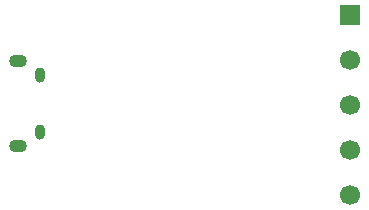
<source format=gbr>
%TF.GenerationSoftware,KiCad,Pcbnew,(6.0.7)*%
%TF.CreationDate,2022-12-26T23:37:46-05:00*%
%TF.ProjectId,Single_Li_Cell_Charger,53696e67-6c65-45f4-9c69-5f43656c6c5f,rev?*%
%TF.SameCoordinates,Original*%
%TF.FileFunction,Soldermask,Bot*%
%TF.FilePolarity,Negative*%
%FSLAX46Y46*%
G04 Gerber Fmt 4.6, Leading zero omitted, Abs format (unit mm)*
G04 Created by KiCad (PCBNEW (6.0.7)) date 2022-12-26 23:37:46*
%MOMM*%
%LPD*%
G01*
G04 APERTURE LIST*
%ADD10O,0.900000X1.300000*%
%ADD11O,1.500000X1.100000*%
%ADD12C,1.700000*%
%ADD13R,1.700000X1.700000*%
G04 APERTURE END LIST*
D10*
%TO.C,J1*%
X22720000Y-26410000D03*
X22720000Y-21570000D03*
D11*
X20870000Y-27575000D03*
X20870000Y-20425000D03*
%TD*%
D12*
%TO.C,J4*%
X49022000Y-27940000D03*
%TD*%
%TO.C,J3*%
X49022000Y-24130000D03*
%TD*%
%TO.C,J6*%
X49022000Y-20320000D03*
%TD*%
D13*
%TO.C,J5*%
X49022000Y-16510000D03*
%TD*%
D12*
%TO.C,J2*%
X49022000Y-31750000D03*
%TD*%
M02*

</source>
